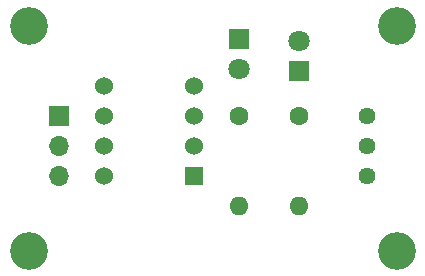
<source format=gts>
%TF.GenerationSoftware,KiCad,Pcbnew,(5.1.8)-1*%
%TF.CreationDate,2020-12-04T14:16:00-08:00*%
%TF.ProjectId,Tachometer,54616368-6f6d-4657-9465-722e6b696361,rev?*%
%TF.SameCoordinates,Original*%
%TF.FileFunction,Soldermask,Top*%
%TF.FilePolarity,Negative*%
%FSLAX46Y46*%
G04 Gerber Fmt 4.6, Leading zero omitted, Abs format (unit mm)*
G04 Created by KiCad (PCBNEW (5.1.8)-1) date 2020-12-04 14:16:00*
%MOMM*%
%LPD*%
G01*
G04 APERTURE LIST*
%ADD10C,3.200000*%
%ADD11C,1.440000*%
%ADD12C,1.600000*%
%ADD13O,1.600000X1.600000*%
%ADD14O,1.700000X1.700000*%
%ADD15R,1.700000X1.700000*%
%ADD16C,1.800000*%
%ADD17R,1.800000X1.800000*%
%ADD18C,1.524000*%
%ADD19R,1.524000X1.524000*%
G04 APERTURE END LIST*
D10*
%TO.C,MH3*%
X107315000Y-92075000D03*
%TD*%
%TO.C,MH4*%
X76200000Y-92075000D03*
%TD*%
%TO.C,MH2*%
X107315000Y-73025000D03*
%TD*%
%TO.C,MH1*%
X76200000Y-73025000D03*
%TD*%
D11*
%TO.C,RV1*%
X104775000Y-85725000D03*
X104775000Y-83185000D03*
X104775000Y-80645000D03*
%TD*%
D12*
%TO.C,R2*%
X93980000Y-80645000D03*
D13*
X93980000Y-88265000D03*
%TD*%
D12*
%TO.C,R1*%
X99060000Y-80645000D03*
D13*
X99060000Y-88265000D03*
%TD*%
D14*
%TO.C,J1*%
X78740000Y-85725000D03*
X78740000Y-83185000D03*
D15*
X78740000Y-80645000D03*
%TD*%
D16*
%TO.C,D2*%
X93980000Y-76708000D03*
D17*
X93980000Y-74168000D03*
%TD*%
D18*
%TO.C,U1*%
X82550000Y-85725000D03*
X82550000Y-83185000D03*
X82550000Y-80645000D03*
X82550000Y-78105000D03*
X90170000Y-78105000D03*
X90170000Y-80645000D03*
X90170000Y-83185000D03*
D19*
X90170000Y-85725000D03*
%TD*%
D16*
%TO.C,D1*%
X99060000Y-74295000D03*
D17*
X99060000Y-76835000D03*
%TD*%
M02*

</source>
